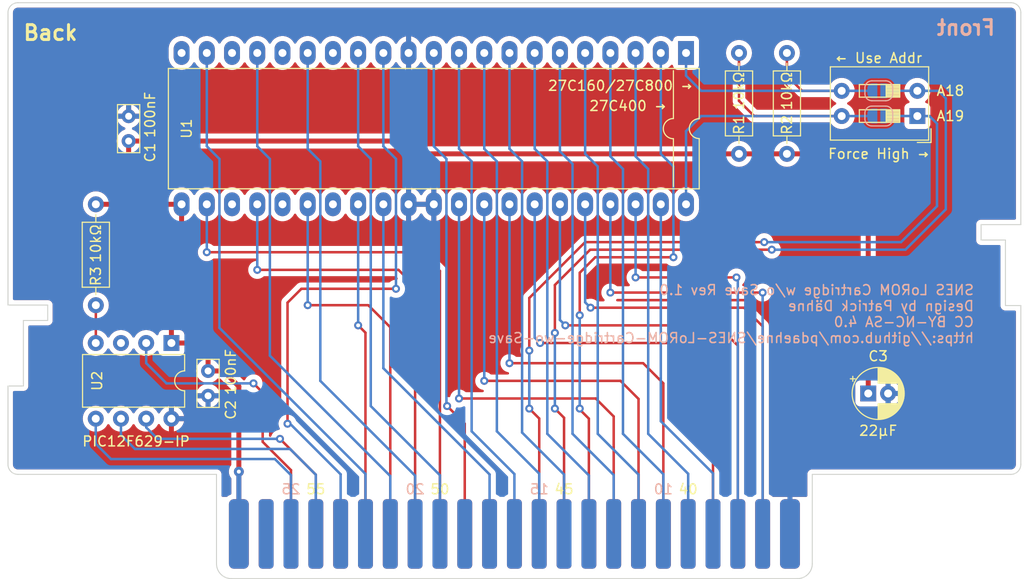
<source format=kicad_pcb>
(kicad_pcb (version 20240108) (generator "pcbnew") (generator_version "8.0")
  (title_block (title "SNES LoROM Cartridge w/o Save") (date "2023-12-27") (rev "1.0") (company "Patrick Dähne CC BY-NC-SA 4.0"))
  (layers (0 "F.Cu" signal) (31 "B.Cu" signal) (34 "B.Paste" user) (35 "F.Paste" user) (36 "B.SilkS" user "B.Silkscreen") (37 "F.SilkS" user "F.Silkscreen") (38 "B.Mask" user) (39 "F.Mask" user) (44 "Edge.Cuts" user))
  (net 0 "")
  (net 1 "VCC")
  (net 2 "GND")
  (net 3 "/A11")
  (net 4 "/A10")
  (net 5 "/A9")
  (net 6 "/A8")
  (net 7 "/A7")
  (net 8 "/A6")
  (net 9 "/A5")
  (net 10 "/A4")
  (net 11 "/A3")
  (net 12 "/A2")
  (net 13 "/A1")
  (net 14 "/A0")
  (net 16 "/D0")
  (net 17 "/D1")
  (net 18 "/D2")
  (net 19 "/D3")
  (net 20 "/~{OE}")
  (net 21 "/CIC_DO")
  (net 22 "/~{CIC_RESET}")
  (net 24 "/A12")
  (net 25 "/A13")
  (net 26 "/A14")
  (net 28 "/A16")
  (net 29 "/A17")
  (net 30 "/A18")
  (net 31 "/A19")
  (net 32 "/A20")
  (net 33 "/A21")
  (net 36 "/~{CE}")
  (net 37 "/D4")
  (net 38 "/D5")
  (net 39 "/D6")
  (net 40 "/D7")
  (net 42 "/CIC_DI")
  (net 43 "/CIC_CLK")
  (net 52 "Net-(U2-GP3)")
  (net 53 "/A20_SW")
  (net 54 "/A21_SW")
  (footprint "Capacitor_THT:C_Rect_L4.6mm_W2.0mm_P2.50mm_MKS02_FKP02" (layer "F.Cu") (at 88.9 60.432 90)
    (property "Reference" "C1" (at -1.163 2.159 90) (layer "F.SilkS"))
    (property "Value" "100nF" (at 2.647 2.159 90) (layer "F.SilkS"))
    (pad "1" thru_hole circle (at 0 0 90) (size 1.4 1.4) (drill 0.7) (layers "*.Cu" "*.Mask") (net 1 "VCC"))
    (pad "2" thru_hole oval (at 2.5 0 90) (size 1.4 1.4) (drill 0.7) (layers "*.Cu" "*.Mask") (net 2 "GND"))
  )
  (footprint "Resistor_THT:R_Axial_DIN0207_L6.3mm_D2.5mm_P10.16mm_Horizontal" (layer "F.Cu") (at 155.194 61.722 90)
    (property "Reference" "R2" (at 2.921 0 90) (layer "F.SilkS"))
    (property "Value" "10kΩ" (at 6.35 0 90) (layer "F.SilkS"))
    (pad "1" thru_hole circle (at 0 0 90) (size 1.6 1.6) (drill 0.8) (layers "*.Cu" "*.Mask") (net 1 "VCC"))
    (pad "2" thru_hole oval (at 10.16 0 90) (size 1.6 1.6) (drill 0.8) (layers "*.Cu" "*.Mask") (net 53 "/A20_SW"))
  )
  (footprint "Resistor_THT:R_Axial_DIN0207_L6.3mm_D2.5mm_P10.16mm_Horizontal" (layer "F.Cu") (at 150.368 61.722 90)
    (property "Reference" "R1" (at 2.921 0 90) (layer "F.SilkS"))
    (property "Value" "10kΩ" (at 6.35 0 90) (layer "F.SilkS"))
    (pad "1" thru_hole circle (at 0 0 90) (size 1.6 1.6) (drill 0.8) (layers "*.Cu" "*.Mask") (net 1 "VCC"))
    (pad "2" thru_hole oval (at 10.16 0 90) (size 1.6 1.6) (drill 0.8) (layers "*.Cu" "*.Mask") (net 54 "/A21_SW"))
  )
  (footprint "Nintendo:SNES Cartridge Connector 46 Pins" (layer "F.Cu") (at 100 100)
    (property "Reference" "J1" (hide yes))
    (property "Value" "Cartridge Connector 46 Pin" (hide yes))
    (fp_text user "10" (at 42.75 -4.5 0) (layer "B.SilkS") (effects (justify mirror)))
    (fp_text user "25" (at 5.25 -4.5 0) (layer "B.SilkS") (effects (justify mirror)))
    (fp_text user "15" (at 30.25 -4.5 0) (layer "B.SilkS") (effects (justify mirror)))
    (fp_text user "20" (at 17.75 -4.5 0) (layer "B.SilkS") (effects (justify mirror)))
    (fp_text user "45" (at 32.75 -4.5 0) (layer "F.SilkS"))
    (fp_text user "55" (at 7.75 -4.5 0) (layer "F.SilkS"))
    (fp_text user "40" (at 45.25 -4.5 0) (layer "F.SilkS"))
    (fp_text user "50" (at 20.25 -4.5 0) (layer "F.SilkS"))
    (pad "5" connect roundrect (at 55.5 0) (size 2 7) (layers "B.Cu" "B.Mask") (net 2 "GND"))
    (pad "6" connect roundrect (at 52.75 0) (size 1.5 7) (layers "B.Cu" "B.Mask") (net 3 "/A11"))
    (pad "7" connect roundrect (at 50.25 0) (size 1.5 7) (layers "B.Cu" "B.Mask") (net 4 "/A10"))
    (pad "8" connect roundrect (at 47.75 0) (size 1.5 7) (layers "B.Cu" "B.Mask") (net 5 "/A9"))
    (pad "9" connect roundrect (at 45.25 0) (size 1.5 7) (layers "B.Cu" "B.Mask") (net 6 "/A8"))
    (pad "10" connect roundrect (at 42.75 0) (size 1.5 7) (layers "B.Cu" "B.Mask") (net 7 "/A7"))
    (pad "11" connect roundrect (at 40.25 0) (size 1.5 7) (layers "B.Cu" "B.Mask") (net 8 "/A6"))
    (pad "12" connect roundrect (at 37.75 0) (size 1.5 7) (layers "B.Cu" "B.Mask") (net 9 "/A5"))
    (pad "13" connect roundrect (at 35.25 0) (size 1.5 7) (layers "B.Cu" "B.Mask") (net 10 "/A4"))
    (pad "14" connect roundrect (at 32.75 0) (size 1.5 7) (layers "B.Cu" "B.Mask") (net 11 "/A3"))
    (pad "15" connect roundrect (at 30.25 0) (size 1.5 7) (layers "B.Cu" "B.Mask") (net 12 "/A2"))
    (pad "16" connect roundrect (at 27.75 0) (size 1.5 7) (layers "B.Cu" "B.Mask") (net 13 "/A1"))
    (pad "17" connect roundrect (at 25.25 0) (size 1.5 7) (layers "B.Cu" "B.Mask") (net 14 "/A0"))
    (pad "18" connect roundrect (at 22.75 0) (size 1.5 7) (layers "B.Cu" "B.Mask"))
    (pad "19" connect roundrect (at 20.25 0) (size 1.5 7) (layers "B.Cu" "B.Mask") (net 16 "/D0"))
    (pad "20" connect roundrect (at 17.75 0) (size 1.5 7) (layers "B.Cu" "B.Mask") (net 17 "/D1"))
    (pad "21" connect roundrect (at 15.25 0) (size 1.5 7) (layers "B.Cu" "B.Mask") (net 18 "/D2"))
    (pad "22" connect roundrect (at 12.75 0) (size 1.5 7) (layers "B.Cu" "B.Mask") (net 19 "/D3"))
    (pad "23" connect roundrect (at 10.25 0) (size 1.5 7) (layers "B.Cu" "B.Mask") (net 20 "/~{OE}"))
    (pad "24" connect roundrect (at 7.75 0) (size 1.5 7) (layers "B.Cu" "B.Mask") (net 21 "/CIC_DO"))
    (pad "25" connect roundrect (at 5.25 0) (size 1.5 7) (layers "B.Cu" "B.Mask") (net 22 "/~{CIC_RESET}"))
    (pad "26" connect roundrect (at 2.75 0) (size 1.5 7) (layers "B.Cu" "B.Mask"))
    (pad "27" connect roundrect (at 0 0) (size 2 7) (layers "B.Cu" "B.Mask") (net 1 "VCC"))
    (pad "36" connect roundrect (at 55.5 0) (size 2 7) (layers "F.Cu" "F.Mask") (net 2 "GND"))
    (pad "37" connect roundrect (at 52.75 0) (size 1.5 7) (layers "F.Cu" "F.Mask") (net 24 "/A12"))
    (pad "38" connect roundrect (at 50.25 0) (size 1.5 7) (layers "F.Cu" "F.Mask") (net 25 "/A13"))
    (pad "39" connect roundrect (at 47.75 0) (size 1.5 7) (layers "F.Cu" "F.Mask") (net 26 "/A14"))
    (pad "40" connect roundrect (at 45.25 0) (size 1.5 7) (layers "F.Cu" "F.Mask"))
    (pad "41" connect roundrect (at 42.75 0) (size 1.5 7) (layers "F.Cu" "F.Mask") (net 28 "/A16"))
    (pad "42" connect roundrect (at 40.25 0) (size 1.5 7) (layers "F.Cu" "F.Mask") (net 29 "/A17"))
    (pad "43" connect roundrect (at 37.75 0) (size 1.5 7) (layers "F.Cu" "F.Mask") (net 30 "/A18"))
    (pad "44" connect roundrect (at 35.25 0) (size 1.5 7) (layers "F.Cu" "F.Mask") (net 31 "/A19"))
    (pad "45" connect roundrect (at 32.75 0) (size 1.5 7) (layers "F.Cu" "F.Mask") (net 32 "/A20"))
    (pad "46" connect roundrect (at 30.25 0) (size 1.5 7) (layers "F.Cu" "F.Mask") (net 33 "/A21"))
    (pad "47" connect roundrect (at 27.75 0) (size 1.5 7) (layers "F.Cu" "F.Mask"))
    (pad "48" connect roundrect (at 25.25 0) (size 1.5 7) (layers "F.Cu" "F.Mask"))
    (pad "49" connect roundrect (at 22.75 0) (size 1.5 7) (layers "F.Cu" "F.Mask") (net 36 "/~{CE}"))
    (pad "50" connect roundrect (at 20.25 0) (size 1.5 7) (layers "F.Cu" "F.Mask") (net 37 "/D4"))
    (pad "51" connect roundrect (at 17.75 0) (size 1.5 7) (layers "F.Cu" "F.Mask") (net 38 "/D5"))
    (pad "52" connect roundrect (at 15.25 0) (size 1.5 7) (layers "F.Cu" "F.Mask") (net 39 "/D6"))
    (pad "53" connect roundrect (at 12.75 0) (size 1.5 7) (layers "F.Cu" "F.Mask") (net 40 "/D7"))
    (pad "54" connect roundrect (at 10.25 0) (size 1.5 7) (layers "F.Cu" "F.Mask"))
    (pad "55" connect roundrect (at 7.75 0) (size 1.5 7) (layers "F.Cu" "F.Mask") (net 42 "/CIC_DI"))
    (pad "56" connect roundrect (at 5.25 0) (size 1.5 7) (layers "F.Cu" "F.Mask") (net 43 "/CIC_CLK"))
    (pad "57" connect roundrect (at 2.75 0) (size 1.5 7) (layers "F.Cu" "F.Mask"))
    (pad "58" connect roundrect (at 0 0) (size 2 7) (layers "F.Cu" "F.Mask") (net 1 "VCC"))
  )
  (footprint "Button_Switch_THT:SW_DIP_SPSTx02_Slide_9.78x7.26mm_W7.62mm_P2.54mm" (layer "F.Cu") (at 168.3295 57.917 180)
    (property "Reference" "SW1" (hide yes))
    (property "Value" "SW_DIP_x02" (hide yes))
    (pad "1" thru_hole rect (at 0 0 180) (size 1.6 1.6) (drill 0.8) (layers "*.Cu" "*.Mask") (net 33 "/A21"))
    (pad "2" thru_hole oval (at 0 2.54 180) (size 1.6 1.6) (drill 0.8) (layers "*.Cu" "*.Mask") (net 32 "/A20"))
    (pad "3" thru_hole oval (at 7.62 2.54 180) (size 1.6 1.6) (drill 0.8) (layers "*.Cu" "*.Mask") (net 53 "/A20_SW"))
    (pad "4" thru_hole oval (at 7.62 0 180) (size 1.6 1.6) (drill 0.8) (layers "*.Cu" "*.Mask") (net 54 "/A21_SW"))
  )
  (footprint "Package_DIP:DIP-8_W7.62mm" (layer "F.Cu") (at 93.208 80.772 -90)
    (property "Reference" "U2" (at 3.81 7.483 90) (layer "F.SilkS"))
    (property "Value" "PIC12F629-IP" (at 9.906 3.556 0) (layer "F.SilkS"))
    (pad "1" thru_hole rect (at 0 0 270) (size 1.6 1.6) (drill 0.8) (layers "*.Cu" "*.Mask") (net 1 "VCC"))
    (pad "2" thru_hole oval (at 0 2.54 270) (size 1.6 1.6) (drill 0.8) (layers "*.Cu" "*.Mask") (net 43 "/CIC_CLK"))
    (pad "3" thru_hole oval (at 0 5.08 270) (size 1.6 1.6) (drill 0.8) (layers "*.Cu" "*.Mask"))
    (pad "4" thru_hole oval (at 0 7.62 270) (size 1.6 1.6) (drill 0.8) (layers "*.Cu" "*.Mask") (net 52 "Net-(U2-GP3)"))
    (pad "5" thru_hole oval (at 7.62 7.62 270) (size 1.6 1.6) (drill 0.8) (layers "*.Cu" "*.Mask") (net 22 "/~{CIC_RESET}"))
    (pad "6" thru_hole oval (at 7.62 5.08 270) (size 1.6 1.6) (drill 0.8) (layers "*.Cu" "*.Mask") (net 21 "/CIC_DO"))
    (pad "7" thru_hole oval (at 7.62 2.54 270) (size 1.6 1.6) (drill 0.8) (layers "*.Cu" "*.Mask") (net 42 "/CIC_DI"))
    (pad "8" thru_hole oval (at 7.62 0 270) (size 1.6 1.6) (drill 0.8) (layers "*.Cu" "*.Mask") (net 2 "GND"))
  )
  (footprint "Package_DIP:DIP-42_W15.24mm_LongPads" (layer "F.Cu") (at 145.034 51.562 -90)
    (property "Reference" "U1" (at 7.62 50.292 90) (layer "F.SilkS"))
    (property "Value" "27C160" (hide yes))
    (pad "1" thru_hole rect (at 0 0 270) (size 2.4 1.6) (drill 0.8) (layers "*.Cu" "*.Mask") (net 53 "/A20_SW"))
    (pad "2" thru_hole oval (at 0 2.54 270) (size 2.4 1.6) (drill 0.8) (layers "*.Cu" "*.Mask") (net 31 "/A19"))
    (pad "3" thru_hole oval (at 0 5.08 270) (size 2.4 1.6) (drill 0.8) (layers "*.Cu" "*.Mask") (net 6 "/A8"))
    (pad "4" thru_hole oval (at 0 7.62 270) (size 2.4 1.6) (drill 0.8) (layers "*.Cu" "*.Mask") (net 7 "/A7"))
    (pad "5" thru_hole oval (at 0 10.16 270) (size 2.4 1.6) (drill 0.8) (layers "*.Cu" "*.Mask") (net 8 "/A6"))
    (pad "6" thru_hole oval (at 0 12.7 270) (size 2.4 1.6) (drill 0.8) (layers "*.Cu" "*.Mask") (net 9 "/A5"))
    (pad "7" thru_hole oval (at 0 15.24 270) (size 2.4 1.6) (drill 0.8) (layers "*.Cu" "*.Mask") (net 10 "/A4"))
    (pad "8" thru_hole oval (at 0 17.78 270) (size 2.4 1.6) (drill 0.8) (layers "*.Cu" "*.Mask") (net 11 "/A3"))
    (pad "9" thru_hole oval (at 0 20.32 270) (size 2.4 1.6) (drill 0.8) (layers "*.Cu" "*.Mask") (net 12 "/A2"))
    (pad "10" thru_hole oval (at 0 22.86 270) (size 2.4 1.6) (drill 0.8) (layers "*.Cu" "*.Mask") (net 13 "/A1"))
    (pad "11" thru_hole oval (at 0 25.4 270) (size 2.4 1.6) (drill 0.8) (layers "*.Cu" "*.Mask") (net 36 "/~{CE}"))
    (pad "12" thru_hole oval (at 0 27.94 270) (size 2.4 1.6) (drill 0.8) (layers "*.Cu" "*.Mask") (net 2 "GND"))
    (pad "13" thru_hole oval (at 0 30.48 270) (size 2.4 1.6) (drill 0.8) (layers "*.Cu" "*.Mask") (net 20 "/~{OE}"))
    (pad "14" thru_hole oval (at 0 33.02 270) (size 2.4 1.6) (drill 0.8) (layers "*.Cu" "*.Mask") (net 16 "/D0"))
    (pad "15" thru_hole oval (at 0 35.56 270) (size 2.4 1.6) (drill 0.8) (layers "*.Cu" "*.Mask"))
    (pad "16" thru_hole oval (at 0 38.1 270) (size 2.4 1.6) (drill 0.8) (layers "*.Cu" "*.Mask") (net 17 "/D1"))
    (pad "17" thru_hole oval (at 0 40.64 270) (size 2.4 1.6) (drill 0.8) (layers "*.Cu" "*.Mask"))
    (pad "18" thru_hole oval (at 0 43.18 270) (size 2.4 1.6) (drill 0.8) (layers "*.Cu" "*.Mask") (net 18 "/D2"))
    (pad "19" thru_hole oval (at 0 45.72 270) (size 2.4 1.6) (drill 0.8) (layers "*.Cu" "*.Mask"))
    (pad "20" thru_hole oval (at 0 48.26 270) (size 2.4 1.6) (drill 0.8) (layers "*.Cu" "*.Mask") (net 19 "/D3"))
    (pad "21" thru_hole oval (at 0 50.8 270) (size 2.4 1.6) (drill 0.8) (layers "*.Cu" "*.Mask"))
    (pad "22" thru_hole oval (at 15.24 50.8 270) (size 2.4 1.6) (drill 0.8) (layers "*.Cu" "*.Mask") (net 1 "VCC"))
    (pad "23" thru_hole oval (at 15.24 48.26 270) (size 2.4 1.6) (drill 0.8) (layers "*.Cu" "*.Mask") (net 37 "/D4"))
    (pad "24" thru_hole oval (at 15.24 45.72 270) (size 2.4 1.6) (drill 0.8) (layers "*.Cu" "*.Mask"))
    (pad "25" thru_hole oval (at 15.24 43.18 270) (size 2.4 1.6) (drill 0.8) (layers "*.Cu" "*.Mask") (net 38 "/D5"))
    (pad "26" thru_hole oval (at 15.24 40.64 270) (size 2.4 1.6) (drill 0.8) (layers "*.Cu" "*.Mask"))
    (pad "27" thru_hole oval (at 15.24 38.1 270) (size 2.4 1.6) (drill 0.8) (layers "*.Cu" "*.Mask") (net 39 "/D6"))
    (pad "28" thru_hole oval (at 15.24 35.56 270) (size 2.4 1.6) (drill 0.8) (layers "*.Cu" "*.Mask"))
    (pad "29" thru_hole oval (at 15.24 33.02 270) (size 2.4 1.6) (drill 0.8) (layers "*.Cu" "*.Mask") (net 40 "/D7"))
    (pad "30" thru_hole oval (at 15.24 30.48 270) (size 2.4 1.6) (drill 0.8) (layers "*.Cu" "*.Mask") (net 14 "/A0"))
    (pad "31" thru_hole oval (at 15.24 27.94 270) (size 2.4 1.6) (drill 0.8) (layers "*.Cu" "*.Mask") (net 2 "GND"))
    (pad "32" thru_hole oval (at 15.24 25.4 270) (size 2.4 1.6) (drill 0.8) (layers "*.Cu" "*.Mask") (net 2 "GND"))
    (pad "33" thru_hole oval (at 15.24 22.86 270) (size 2.4 1.6) (drill 0.8) (layers "*.Cu" "*.Mask") (net 30 "/A18"))
    (pad "34" thru_hole oval (at 15.24 20.32 270) (size 2.4 1.6) (drill 0.8) (layers "*.Cu" "*.Mask") (net 29 "/A17"))
    (pad "35" thru_hole oval (at 15.24 17.78 270) (size 2.4 1.6) (drill 0.8) (layers "*.Cu" "*.Mask") (net 28 "/A16"))
    (pad "36" thru_hole oval (at 15.24 15.24 270) (size 2.4 1.6) (drill 0.8) (layers "*.Cu" "*.Mask") (net 26 "/A14"))
    (pad "37" thru_hole oval (at 15.24 12.7 270) (size 2.4 1.6) (drill 0.8) (layers "*.Cu" "*.Mask") (net 25 "/A13"))
    (pad "38" thru_hole oval (at 15.24 10.16 270) (size 2.4 1.6) (drill 0.8) (layers "*.Cu" "*.Mask") (net 24 "/A12"))
    (pad "39" thru_hole oval (at 15.24 7.62 270) (size 2.4 1.6) (drill 0.8) (layers "*.Cu" "*.Mask") (net 3 "/A11"))
    (pad "40" thru_hole oval (at 15.24 5.08 270) (size 2.4 1.6) (drill 0.8) (layers "*.Cu" "*.Mask") (net 4 "/A10"))
    (pad "41" thru_hole oval (at 15.24 2.54 270) (size 2.4 1.6) (drill 0.8) (layers "*.Cu" "*.Mask") (net 5 "/A9"))
    (pad "42" thru_hole oval (at 15.24 0 270) (size 2.4 1.6) (drill 0.8) (layers "*.Cu" "*.Mask") (net 54 "/A21_SW"))
  )
  (footprint "Capacitor_THT:CP_Radial_D5.0mm_P2.00mm" (layer "F.Cu") (at 163.382888 85.852)
    (property "Reference" "C3" (at 1 -3.75 0) (layer "F.SilkS"))
    (property "Value" "22µF" (at 1 3.75 0) (layer "F.SilkS"))
    (pad "1" thru_hole rect (at 0 0) (size 1.6 1.6) (drill 0.8) (layers "*.Cu" "*.Mask") (net 1 "VCC"))
    (pad "2" thru_hole oval (at 2 0) (size 1.6 1.6) (drill 0.8) (layers "*.Cu" "*.Mask") (net 2 "GND"))
  )
  (footprint "Capacitor_THT:C_Rect_L4.6mm_W2.0mm_P2.50mm_MKS02_FKP02" (layer "F.Cu") (at 96.901 83.586 -90)
    (property "Reference" "C2" (at 3.917 -2.286 90) (layer "F.SilkS"))
    (property "Value" "100nF" (at 0.107 -2.286 90) (layer "F.SilkS"))
    (pad "1" thru_hole circle (at 0 0 270) (size 1.4 1.4) (drill 0.7) (layers "*.Cu" "*.Mask") (net 1 "VCC"))
    (pad "2" thru_hole oval (at 2.5 0 270) (size 1.4 1.4) (drill 0.7) (layers "*.Cu" "*.Mask") (net 2 "GND"))
  )
  (footprint "Resistor_THT:R_Axial_DIN0207_L6.3mm_D2.5mm_P10.16mm_Horizontal" (layer "F.Cu") (at 85.598 66.802 -90)
    (property "Reference" "R3" (at 7.239 0 90) (layer "F.SilkS"))
    (property "Value" "10kΩ" (at 3.937 0 90) (layer "F.SilkS"))
    (pad "1" thru_hole circle (at 0 0 270) (size 1.6 1.6) (drill 0.8) (layers "*.Cu" "*.Mask") (net 1 "VCC"))
    (pad "2" thru_hole oval (at 10.16 0 270) (size 1.6 1.6) (drill 0.8) (layers "*.Cu" "*.Mask") (net 52 "Net-(U2-GP3)"))
  )
  (footprint "Nintendo:SNES Cartridge Big" (layer "F.Cu") (at 100 100)
    (property "Reference" "REF**" (hide yes))
    (property "Value" "SNES Cartridge Big" (hide yes))
    (fp_line (start -23.25 -52.5) (end -23.25 -23.05) (stroke (width 0.1)) (layer "Edge.Cuts"))
    (fp_line (start -23.25 -14.9) (end -21.7 -14.9) (stroke (width 0.1)) (layer "Edge.Cuts"))
    (fp_line (start -23.25 -7) (end -23.25 -14.9) (stroke (width 0.1)) (layer "Edge.Cuts"))
    (fp_line (start -21.7 -21.5) (end -19.25 -21.5) (stroke (width 0.1)) (layer "Edge.Cuts"))
    (fp_line (start -21.7 -14.9) (end -21.7 -21.5) (stroke (width 0.1)) (layer "Edge.Cuts"))
    (fp_line (start -19.25 -23.05) (end -23.25 -23.05) (stroke (width 0.1)) (layer "Edge.Cuts"))
    (fp_line (start -19.25 -23.05) (end -19.25 -21.5) (stroke (width 0.1)) (layer "Edge.Cuts"))
    (fp_line (start -2.25 -6) (end -22.25 -6) (stroke (width 0.1)) (layer "Edge.Cuts"))
    (fp_line (start -2.25 3) (end -2.25 -6) (stroke (width 0.1)) (layer "Edge.Cuts"))
    (fp_line (start 56.25 4.5) (end -0.75 4.5) (stroke (width 0.1)) (layer "Edge.Cuts"))
    (fp_line (start 57.75 -6) (end 57.75 3) (stroke (width 0.1)) (layer "Edge.Cuts"))
    (fp_line (start 74.75 -31.15) (end 74.75 -29.6) (stroke (width 0.1)) (layer "Edge.Cuts"))
    (fp_line (start 74.75 -29.6) (end 77.2 -29.6) (stroke (width 0.1)) (layer "Edge.Cuts"))
    (fp_line (start 77.2 -29.6) (end 77.2 -23) (stroke (width 0.1)) (layer "Edge.Cuts"))
    (fp_line (start 77.2 -23) (end 78.75 -23) (stroke (width 0.1)) (layer "Edge.Cuts"))
    (fp_line (start 77.75 -53.5) (end -22.25 -53.5) (stroke (width 0.1)) (layer "Edge.Cuts"))
    (fp_line (start 77.75 -6) (end 57.75 -6) (stroke (width 0.1)) (layer "Edge.Cuts"))
    (fp_line (start 78.75 -52.5) (end 78.75 -31.15) (stroke (width 0.1)) (layer "Edge.Cuts"))
    (fp_line (start 78.75 -31.15) (end 74.75 -31.15) (stroke (width 0.1)) (layer "Edge.Cuts"))
    (fp_line (start 78.75 -23) (end 78.75 -7) (stroke (width 0.1)) (layer "Edge.Cuts"))
    (fp_arc (start -23.25 -52.5) (mid -22.957107 -53.207107) (end -22.25 -53.5) (stroke (width 0.1)) (layer "Edge.Cuts"))
    (fp_arc (start -22.25 -6) (mid -22.957107 -6.292893) (end -23.25 -7) (stroke (width 0.1)) (layer "Edge.Cuts"))
    (fp_arc (start -0.75 4.5) (mid -1.81066 4.06066) (end -2.25 3) (stroke (width 0.1)) (layer "Edge.Cuts"))
    (fp_arc (start 57.75 3) (mid 57.31066 4.06066) (end 56.25 4.5) (stroke (width 0.1)) (layer "Edge.Cuts"))
    (fp_arc (start 77.75 -53.5) (mid 78.457107 -53.207107) (end 78.75 -52.5) (stroke (width 0.1)) (layer "Edge.Cuts"))
    (fp_arc (start 78.75 -7) (mid 78.457107 -6.292893) (end 77.75 -6) (stroke (width 0.1)) (layer "Edge.Cuts"))
  )
  (footprint "Jumper:SolderJumper-2_P1.3mm_Open_RoundedPad1.0x1.5mm" (layer "B.Cu") (at 164.45 57.912 180)
    (property "Reference" "JP1" (hide yes))
    (property "Value" "SolderJumper_2_Open" (hide yes))
    (pad "1" smd custom (at -0.65 0 180) (size 1 0.5) (layers "B.Cu" "B.Mask") (net 33 "/A21") (options (clearance outline) (anchor rect)) (primitives (gr_circle (center 0 -0.25) (end 0.5 -0.25) (width 0) (fill yes)) (gr_circle (center 0 0.25) (end 0.5 0.25) (width 0) (fill yes)) (gr_poly (pts (xy 0.5 -0.75) (xy 0 -0.75) (xy 0 0.75) (xy 0.5 0.75)) (width 0) (fill yes))))
    (pad "2" smd custom (at 0.65 0 180) (size 1 0.5) (layers "B.Cu" "B.Mask") (net 54 "/A21_SW") (options (clearance outline) (anchor rect)) (primitives (gr_circle (center 0 -0.25) (end 0.5 -0.25) (width 0) (fill yes)) (gr_circle (center 0 0.25) (end 0.5 0.25) (width 0) (fill yes)) (gr_poly (pts (xy 0 -0.75) (xy -0.5 -0.75) (xy -0.5 0.75) (xy 0 0.75)) (width 0) (fill yes))))
  )
  (footprint "Jumper:SolderJumper-2_P1.3mm_Open_RoundedPad1.0x1.5mm" (layer "B.Cu") (at 164.45 55.372 180)
    (property "Reference" "JP2" (hide yes))
    (property "Value" "SolderJumper_2_Open" (hide yes))
    (pad "1" smd custom (at -0.65 0 180) (size 1 0.5) (layers "B.Cu" "B.Mask") (net 32 "/A20") (options (clearance outline) (anchor rect)) (primitives (gr_circle (center 0 -0.25) (end 0.5 -0.25) (width 0) (fill yes)) (gr_circle (center 0 0.25) (end 0.5 0.25) (width 0) (fill yes)) (gr_poly (pts (xy 0.5 -0.75) (xy 0 -0.75) (xy 0 0.75) (xy 0.5 0.75)) (width 0) (fill yes))))
    (pad "2" smd custom (at 0.65 0 180) (size 1 0.5) (layers "B.Cu" "B.Mask") (net 53 "/A20_SW") (options (clearance outline) (anchor rect)) (primitives (gr_circle (center 0 -0.25) (end 0.5 -0.25) (width 0) (fill yes)) (gr_circle (center 0 0.25) (end 0.5 0.25) (width 0) (fill yes)) (gr_poly (pts (xy 0 -0.75) (xy -0.5 -0.75) (xy -0.5 0.75) (xy 0 0.75)) (width 0) (fill yes))))
  )
  (gr_line (start 143.764 60.198) (end 143.764 65.024) (stroke (width 0.12)) (layer "F.SilkS"))
  (gr_line (start 143.764 58.166) (end 143.764 53.34) (stroke (width 0.12)) (layer "F.SilkS"))
  (gr_arc (start 143.764 60.198) (mid 142.748 59.182) (end 143.764 58.166) (stroke (width 0.12)) (layer "F.SilkS"))
  (gr_text "SNES LoROM Cartridge w/o Save Rev 1.0\nDesign by Patrick Dähne\nCC BY-NC-SA 4.0\nhttps://github.com/pdaehne/SNES-LoROM-Cartridge-wo-Save" (at 174.117 77.851 0) (layer "B.SilkS") (effects (font (size 1 1)) (justify left mirror)))
  (gr_text "Front" (at 173.228 49.022 0) (layer "B.SilkS") (effects (font (size 1.5 1.5) (thickness 0.3)) (justify mirror)))
  (gr_text "Force High →" (at 159.258 61.722 0) (layer "F.SilkS") (effects (font (size 1 1)) (justify left)))
  (gr_text "A18" (at 170.18 55.372 0) (layer "F.SilkS") (effects (font (size 1 1)) (justify left)))
  (gr_text "Back" (at 81.026 49.53 0) (layer "F.SilkS") (effects (font (size 1.5 1.5) (thickness 0.3))))
  (gr_text "27C400 →" (at 139.192 56.896 0) (layer "F.SilkS") (effects (font (size 1 1))))
  (gr_text "A19" (at 170.18 57.912 0) (layer "F.SilkS") (effects (font (size 1 1)) (justify left)))
  (gr_text "← Use Addr" (at 168.91 52.07 0) (layer "F.SilkS") (effects (font (size 1 1)) (justify right)))
  (gr_text "27C160/27C800 →" (at 138.43 54.864 0) (layer "F.SilkS") (effects (font (size 1 1))))
  (segment (start 158.75 61.722) (end 163.382888 66.354888) (width 0.5) (layer "F.Cu") (net 1))
  (segment (start 117.856 61.722) (end 150.368 61.722) (width 0.5) (layer "F.Cu") (net 1))
  (segment (start 100 100) (end 100 85.141) (width 0.5) (layer "F.Cu") (net 1))
  (segment (start 93.208 80.772) (end 93.208 75.194) (width 0.5) (layer "F.Cu") (net 1))
  (segment (start 95.885 80.772) (end 96.901 81.788) (width 0.5) (layer "F.Cu") (net 1))
  (segment (start 155.194 61.722) (end 150.368 61.722) (width 0.5) (layer "F.Cu") (net 1))
  (segment (start 94.234 66.802) (end 91.44 66.802) (width 0.5) (layer "F.Cu") (net 1))
  (segment (start 88.9 60.432) (end 116.566 60.432) (width 0.5) (layer "F.Cu") (net 1))
  (segment (start 100 85.141) (end 98.445 83.586) (width 0.5) (layer "F.Cu") (net 1))
  (segment (start 98.445 83.586) (end 96.901 83.586) (width 0.5) (layer "F.Cu") (net 1))
  (segment (start 94.234 74.168) (end 94.234 66.802) (width 0.5) (layer "F.Cu") (net 1))
  (segment (start 93.208 80.772) (end 95.885 80.772) (width 0.5) (layer "F.Cu") (net 1))
  (segment (start 91.44 66.802) (end 88.9635 64.3255) (width 0.5) (layer "F.Cu") (net 1))
  (segment (start 116.566 60.432) (end 117.856 61.722) (width 0.5) (layer "F.Cu") (net 1))
  (segment (start 85.598 66.802) (end 91.44 66.802) (width 0.5) (layer "F.Cu") (net 1))
  (segment (start 96.901 81.788) (end 96.901 83.586) (width 0.5) (layer "F.Cu") (net 1))
  (segment (start 93.208 75.194) (end 94.234 74.168) (width 0.5) (layer "F.Cu") (net 1))
  (segment (start 88.9 64.262) (end 88.9 60.432) (width 0.5) (layer "F.Cu") (net 1))
  (segment (start 163.382888 66.354888) (end 163.382888 85.852) (width 0.5) (layer "F.Cu") (net 1))
  (segment (start 158.75 61.722) (end 155.194 61.722) (width 0.5) (layer "F.Cu") (net 1))
  (segment (start 88.9635 64.3255) (end 88.9 64.262) (width 0.5) (layer "F.Cu") (net 1))
  (via (at 100 93.726) (size 1) (drill 0.4) (layers "F.Cu" "B.Cu") (net 1))
  (segment (start 100 100) (end 100 93.726) (width 0.5) (layer "B.Cu") (net 1))
  (segment (start 155.5 100) (end 155.5 93.899113) (width 0.5) (layer "F.Cu") (net 2))
  (segment (start 163.576 91.186) (end 165.354 89.408) (width 0.5) (layer "F.Cu") (net 2))
  (segment (start 165.354 89.408) (end 165.354 88.646) (width 0.5) (layer "F.Cu") (net 2))
  (segment (start 155.5 93.899113) (end 158.213113 91.186) (width 0.5) (layer "F.Cu") (net 2))
  (segment (start 158.213113 91.186) (end 163.576 91.186) (width 0.5) (layer "F.Cu") (net 2))
  (segment (start 165.354 88.646) (end 165.382888 88.617112) (width 0.5) (layer "F.Cu") (net 2))
  (segment (start 165.608 85.791113) (end 165.547113 85.852) (width 0.5) (layer "F.Cu") (net 2))
  (segment (start 165.382888 88.617112) (end 165.382888 85.852) (width 0.5) (layer "F.Cu") (net 2))
  (segment (start 158.242 91.186) (end 163.576 91.186) (width 0.5) (layer "B.Cu") (net 2))
  (segment (start 155.5 93.899113) (end 155.528887 93.899113) (width 0.5) (layer "B.Cu") (net 2))
  (segment (start 155.528887 93.899113) (end 158.242 91.186) (width 0.5) (layer "B.Cu") (net 2))
  (segment (start 165.382888 89.379112) (end 165.382888 85.852) (width 0.5) (layer "B.Cu") (net 2))
  (segment (start 163.576 91.186) (end 165.382888 89.379112) (width 0.5) (layer "B.Cu") (net 2))
  (segment (start 155.5 100) (end 155.5 93.899113) (width 0.5) (layer "B.Cu") (net 2))
  (segment (start 152.75 75.692) (end 137.414 75.692) (width 0.25) (layer "F.Cu") (net 3))
  (via (at 137.414 75.692) (size 0.8) (drill 0.4) (layers "F.Cu" "B.Cu") (net 3))
  (via (at 152.75 75.692) (size 0.8) (drill 0.4) (layers "F.Cu" "B.Cu") (net 3))
  (segment (start 152.75 75.692) (end 152.75 100) (width 0.25) (layer "B.Cu") (net 3))
  (segment (start 137.414 66.802) (end 137.414 75.692) (width 0.25) (layer "B.Cu") (net 3))
  (segment (start 150.114 74.168) (end 139.954 74.168) (width 0.25) (layer "F.Cu") (net 4))
  (via (at 139.954 74.168) (size 0.8) (drill 0.4) (layers "F.Cu" "B.Cu") (net 4))
  (via (at 150.114 74.168) (size 0.8) (drill 0.4) (layers "F.Cu" "B.Cu") (net 4))
  (segment (start 150.114 74.168) (end 150.25 74.304) (width 0.25) (layer "B.Cu") (net 4))
  (segment (start 139.954 66.802) (end 139.954 74.168) (width 0.25) (layer "B.Cu") (net 4))
  (segment (start 150.25 74.304) (end 150.25 100) (width 0.25) (layer "B.Cu") (net 4))
  (segment (start 142.494 66.802) (end 142.494 88.646) (width 0.25) (layer "B.Cu") (net 5))
  (segment (start 147.75 93.902) (end 147.75 100) (width 0.25) (layer "B.Cu") (net 5))
  (segment (start 142.494 88.646) (end 147.75 93.902) (width 0.25) (layer "B.Cu") (net 5))
  (segment (start 141.224 63.246) (end 141.224 89.916) (width 0.25) (layer "B.Cu") (net 6))
  (segment (start 145.25 93.942) (end 145.25 100) (width 0.25) (layer "B.Cu") (net 6))
  (segment (start 139.954 51.562) (end 139.954 61.976) (width 0.25) (layer "B.Cu") (net 6))
  (segment (start 141.224 89.916) (end 145.25 93.942) (width 0.25) (layer "B.Cu") (net 6))
  (segment (start 139.954 61.976) (end 141.224 63.246) (width 0.25) (layer "B.Cu") (net 6))
  (segment (start 137.414 51.562) (end 137.414 61.976) (width 0.25) (layer "B.Cu") (net 7))
  (segment (start 138.684 63.246) (end 138.684 89.916) (width 0.25) (layer "B.Cu") (net 7))
  (segment (start 142.75 93.982) (end 142.75 100) (width 0.25) (layer "B.Cu") (net 7))
  (segment (start 138.684 89.916) (end 142.75 93.982) (width 0.25) (layer "B.Cu") (net 7))
  (segment (start 137.414 61.976) (end 138.684 63.246) (width 0.25) (layer "B.Cu") (net 7))
  (segment (start 134.874 61.722) (end 136.144 62.992) (width 0.25) (layer "B.Cu") (net 8))
  (segment (start 136.144 62.992) (end 136.144 89.916) (width 0.25) (layer "B.Cu") (net 8))
  (segment (start 136.144 89.916) (end 140.25 94.022) (width 0.25) (layer "B.Cu") (net 8))
  (segment (start 134.874 51.562) (end 134.874 61.722) (width 0.25) (layer "B.Cu") (net 8))
  (segment (start 140.25 94.022) (end 140.25 100) (width 0.25) (layer "B.Cu") (net 8))
  (segment (start 133.604 62.738) (end 133.604 89.916) (width 0.25) (layer "B.Cu") (net 9))
  (segment (start 132.334 61.468) (end 133.604 62.738) (width 0.25) (layer "B.Cu") (net 9))
  (segment (start 137.75 94.062) (end 137.75 100) (width 0.25) (layer "B.Cu") (net 9))
  (segment (start 132.334 51.562) (end 132.334 61.468) (width 0.25) (layer "B.Cu") (net 9))
  (segment (start 133.604 89.916) (end 137.75 94.062) (width 0.25) (layer "B.Cu") (net 9))
  (segment (start 129.794 61.214) (end 131.064 62.484) (width 0.25) (layer "B.Cu") (net 10))
  (segment (start 131.064 89.916) (end 135.25 94.102) (width 0.25) (layer "B.Cu") (net 10))
  (segment (start 135.25 94.102) (end 135.25 100) (width 0.25) (layer "B.Cu") (net 10))
  (segment (start 129.794 51.562) (end 129.794 61.214) (width 0.25) (layer "B.Cu") (net 10))
  (segment (start 131.064 62.484) (end 131.064 89.916) (width 0.25) (layer "B.Cu") (net 10))
  (segment (start 132.75 100) (end 132.75 94.015) (width 0.25) (layer "B.Cu") (net 11))
  (segment (start 127.254 61.214) (end 127.254 51.562) (width 0.25) (layer "B.Cu") (net 11))
  (segment (start 128.524 62.484) (end 128.524 89.789) (width 0.25) (layer "B.Cu") (net 11))
  (segment (start 127.254 61.214) (end 128.524 62.484) (width 0.25) (layer "B.Cu") (net 11))
  (segment (start 128.524 89.789) (end 132.75 94.015) (width 0.25) (layer "B.Cu") (net 11))
  (segment (start 125.984 62.484) (end 125.984 89.662) (width 0.25) (layer "B.Cu") (net 12))
  (segment (start 124.714 61.214) (end 125.984 62.484) (width 0.25) (layer "B.Cu") (net 12))
  (segment (start 124.714 51.562) (end 124.714 61.214) (width 0.25) (layer "B.Cu") (net 12))
  (segment (start 130.25 93.928) (end 130.25 100) (width 0.25) (layer "B.Cu") (net 12))
  (segment (start 125.984 89.662) (end 130.25 93.928) (width 0.25) (layer "B.Cu") (net 12))
  (segment (start 123.444 89.662) (end 127.75 93.968) (width 0.25) (layer "B.Cu") (net 13))
  (segment (start 127.75 100) (end 127.75 93.968) (width 0.25) (layer "B.Cu") (net 13))
  (segment (start 123.444 62.484) (end 123.444 89.662) (width 0.25) (layer "B.Cu") (net 13))
  (segment (start 122.174 61.214) (end 123.444 62.484) (width 0.25) (layer "B.Cu") (net 13))
  (segment (start 122.174 61.214) (end 122.174 51.562) (width 0.25) (layer "B.Cu") (net 13))
  (segment (start 125.25 100) (end 125.25 94.008) (width 0.25) (layer "B.Cu") (net 14))
  (segment (start 114.554 83.312) (end 114.554 66.802) (width 0.25) (layer "B.Cu") (net 14))
  (segment (start 125.25 94.008) (end 114.554 83.312) (width 0.25) (layer "B.Cu") (net 14))
  (segment (start 113.284 87.122) (end 120.25 94.088) (width 0.25) (layer "B.Cu") (net 16))
  (segment (start 112.014 60.96) (end 113.284 62.23) (width 0.25) (layer "B.Cu") (net 16))
  (segment (start 120.25 94.088) (end 120.25 100) (width 0.25) (layer "B.Cu") (net 16))
  (segment (start 112.014 51.562) (end 112.014 60.96) (width 0.25) (layer "B.Cu") (net 16))
  (segment (start 113.284 62.23) (end 113.284 87.122) (width 0.25) (layer "B.Cu") (net 16))
  (segment (start 117.75 94.128) (end 117.75 100) (width 0.25) (layer "B.Cu") (net 17))
  (segment (start 106.934 61.214) (end 108.204 62.484) (width 0.25) (layer "B.Cu") (net 17))
  (segment (start 108.204 62.484) (end 108.204 84.582) (width 0.25) (layer "B.Cu") (net 17))
  (segment (start 106.934 51.562) (end 106.934 61.214) (width 0.25) (layer "B.Cu") (net 17))
  (segment (start 108.204 84.582) (end 117.75 94.128) (width 0.25) (layer "B.Cu") (net 17))
  (segment (start 101.854 60.96) (end 103.124 62.23) (width 0.25) (layer "B.Cu") (net 18))
  (segment (start 101.854 51.562) (end 101.854 60.96) (width 0.25) (layer "B.Cu") (net 18))
  (segment (start 115.25 94.168) (end 115.25 100) (width 0.25) (layer "B.Cu") (net 18))
  (segment (start 103.124 62.23) (end 103.124 82.042) (width 0.25) (layer "B.Cu") (net 18))
  (segment (start 103.124 82.042) (end 115.25 94.168) (width 0.25) (layer "B.Cu") (net 18))
  (segment (start 96.774 51.562) (end 96.774 60.96) (width 0.25) (layer "B.Cu") (net 19))
  (segment (start 98.044 79.248) (end 112.75 93.954) (width 0.25) (layer "B.Cu") (net 19))
  (segment (start 98.044 62.23) (end 98.044 79.248) (width 0.25) (layer "B.Cu") (net 19))
  (segment (start 96.774 60.96) (end 98.044 62.23) (width 0.25) (layer "B.Cu") (net 19))
  (segment (start 112.75 93.954) (end 112.75 100) (width 0.25) (layer "B.Cu") (net 19))
  (segment (start 106.299 75.311) (end 104.902 76.708) (width 0.25) (layer "F.Cu") (net 20))
  (segment (start 104.902 76.708) (end 104.902 88.9) (width 0.25) (layer "F.Cu") (net 20))
  (segment (start 115.824 75.311) (end 106.299 75.311) (width 0.25) (layer "F.Cu") (net 20))
  (via (at 115.824 75.311) (size 0.8) (drill 0.4) (layers "F.Cu" "B.Cu") (net 20))
  (via (at 104.902 88.9) (size 0.8) (drill 0.4) (layers "F.Cu" "B.Cu") (net 20))
  (segment (start 110.25 93.994) (end 110.25 100) (width 0.25) (layer "B.Cu") (net 20))
  (segment (start 104.902 88.9) (end 105.156 88.9) (width 0.25) (layer "B.Cu") (net 20))
  (segment (start 115.824 62.23) (end 114.554 60.96) (width 0.25) (layer "B.Cu") (net 20))
  (segment (start 114.554 60.96) (end 114.554 51.562) (width 0.25) (layer "B.Cu") (net 20))
  (segment (start 115.824 75.311) (end 115.824 62.23) (width 0.25) (layer "B.Cu") (net 20))
  (segment (start 105.156 88.9) (end 110.25 93.994) (width 0.25) (layer "B.Cu") (net 20))
  (segment (start 88.128 90.033) (end 89.535 91.44) (width 0.25) (layer "B.Cu") (net 21))
  (segment (start 105.156 91.44) (end 107.75 94.034) (width 0.25) (layer "B.Cu") (net 21))
  (segment (start 88.128 88.392) (end 88.128 90.033) (width 0.25) (layer "B.Cu") (net 21))
  (segment (start 107.75 94.034) (end 107.75 100) (width 0.25) (layer "B.Cu") (net 21))
  (segment (start 89.535 91.44) (end 105.156 91.44) (width 0.25) (layer "B.Cu") (net 21))
  (segment (start 103.632 92.456) (end 105.25 94.074) (width 0.25) (layer "B.Cu") (net 22))
  (segment (start 85.588 88.392) (end 85.588 90.922) (width 0.25) (layer "B.Cu") (net 22))
  (segment (start 105.25 94.074) (end 105.25 100) (width 0.25) (layer "B.Cu") (net 22))
  (segment (start 85.588 90.922) (end 87.122 92.456) (width 0.25) (layer "B.Cu") (net 22))
  (segment (start 87.122 92.456) (end 103.632 92.456) (width 0.25) (layer "B.Cu") (net 22))
  (segment (start 150.876 77.216) (end 152.75 79.09) (width 0.25) (layer "F.Cu") (net 24))
  (segment (start 152.75 79.09) (end 152.75 100) (width 0.25) (layer "F.Cu") (net 24))
  (segment (start 135.419 77.216) (end 150.876 77.216) (width 0.25) (layer "F.Cu") (net 24))
  (via (at 135.419 77.216) (size 0.8) (drill 0.4) (layers "F.Cu" "B.Cu") (net 24))
  (segment (start 135.419 77.216) (end 134.874 76.671) (width 0.25) (layer "B.Cu") (net 24))
  (segment (start 134.874 76.671) (end 134.874 66.802) (width 0.25) (layer "B.Cu") (net 24))
  (segment (start 150.25 81.035) (end 150.25 100) (width 0.25) (layer "F.Cu") (net 25))
  (segment (start 132.879 78.994) (end 148.209 78.994) (width 0.25) (layer "F.Cu") (net 25))
  (segment (start 148.209 78.994) (end 150.25 81.035) (width 0.25) (layer "F.Cu") (net 25))
  (via (at 132.879 78.994) (size 0.8) (drill 0.4) (layers "F.Cu" "B.Cu") (net 25))
  (segment (start 132.879 78.994) (end 132.334 78.449) (width 0.25) (layer "B.Cu") (net 25))
  (segment (start 132.334 78.449) (end 132.334 66.802) (width 0.25) (layer "B.Cu") (net 25))
  (segment (start 145.796 80.772) (end 147.75 82.726) (width 0.25) (layer "F.Cu") (net 26))
  (segment (start 130.339 80.772) (end 145.796 80.772) (width 0.25) (layer "F.Cu") (net 26))
  (segment (start 147.75 82.726) (end 147.75 100) (width 0.25) (layer "F.Cu") (net 26))
  (via (at 130.339 80.772) (size 0.8) (drill 0.4) (layers "F.Cu" "B.Cu") (net 26))
  (segment (start 129.794 80.227) (end 129.794 66.802) (width 0.25) (layer "B.Cu") (net 26))
  (segment (start 130.339 80.772) (end 129.794 80.227) (width 0.25) (layer "B.Cu") (net 26))
  (segment (start 127.254 82.804) (end 140.716 82.804) (width 0.25) (layer "F.Cu") (net 28))
  (segment (start 140.716 82.804) (end 142.75 84.838) (width 0.25) (layer "F.Cu") (net 28))
  (segment (start 142.75 84.838) (end 142.75 100) (width 0.25) (layer "F.Cu") (net 28))
  (via (at 127.254 82.804) (size 0.8) (drill 0.4) (layers "F.Cu" "B.Cu") (net 28))
  (segment (start 127.254 66.802) (end 127.254 76.708) (width 0.25) (layer "B.Cu") (net 28))
  (segment (start 127.254 76.708) (end 127.254 82.804) (width 0.25) (layer "B.Cu") (net 28))
  (segment (start 140.25 86.402) (end 140.25 100) (width 0.25) (layer "F.Cu") (net 29))
  (segment (start 138.43 84.582) (end 140.25 86.402) (width 0.25) (layer "F.Cu") (net 29))
  (segment (start 124.714 84.582) (end 138.43 84.582) (width 0.25) (layer "F.Cu") (net 29))
  (via (at 124.714 84.582) (size 0.8) (drill 0.4) (layers "F.Cu" "B.Cu") (net 29))
  (segment (start 124.714 76.962) (end 124.714 84.582) (width 0.25) (layer "B.Cu") (net 29))
  (segment (start 124.714 66.802) (end 124.714 76.962) (width 0.25) (layer "B.Cu") (net 29))
  (segment (start 122.174 86.36) (end 135.941 86.36) (width 0.25) (layer "F.Cu") (net 30))
  (segment (start 137.75 88.169) (end 137.75 100) (width 0.25) (layer "F.Cu") (net 30))
  (segment (start 135.941 86.36) (end 137.75 88.169) (width 0.25) (layer "F.Cu") (net 30))
  (via (at 122.174 86.36) (size 0.8) (drill 0.4) (layers "F.Cu" "B.Cu") (net 30))
  (segment (start 122.174 86.36) (end 122.174 66.802) (width 0.25) (layer "B.Cu") (net 30))
  (segment (start 135.25 88.387) (end 135.25 100) (width 0.25) (layer "F.Cu") (net 31))
  (segment (start 135.89 72.136) (end 143.764 72.136) (width 0.25) (layer "F.Cu") (net 31))
  (segment (start 134.329 87.376) (end 134.329 87.466) (width 0.25) (layer "F.Cu") (net 31))
  (segment (start 134.329 87.466) (end 135.25 88.387) (width 0.25) (layer "F.Cu") (net 31))
  (segment (start 134.329 73.697) (end 135.89 72.136) (width 0.25) (layer "F.Cu") (net 31))
  (segment (start 134.329 77.978) (end 134.329 73.697) (width 0.25) (layer "F.Cu") (net 31))
  (via (at 134.329 77.978) (size 0.8) (drill 0.4) (layers "F.Cu" "B.Cu") (net 31))
  (via (at 134.329 87.376) (size 0.8) (drill 0.4) (layers "F.Cu" "B.Cu") (net 31))
  (via (at 143.764 72.136) (size 0.8) (drill 0.4) (layers "F.Cu" "B.Cu") (net 31))
  (segment (start 143.764 62.992) (end 142.494 61.722) (width 0.25) (layer "B.Cu") (net 31))
  (segment (start 142.494 51.562) (end 142.494 61.722) (width 0.25) (layer "B.Cu") (net 31))
  (segment (start 134.329 77.978) (end 134.329 87.376) (width 0.25) (layer "B.Cu") (net 31))
  (segment (start 143.764 72.136) (end 143.764 62.992) (width 0.25) (layer "B.Cu") (net 31))
  (segment (start 131.826 74.93) (end 131.826 79.756) (width 0.25) (layer "F.Cu") (net 32))
  (segment (start 131.826 87.376) (end 132.75 88.3) (width 0.25) (layer "F.Cu") (net 32))
  (segment (start 135.382 71.374) (end 131.826 74.93) (width 0.25) (layer "F.Cu") (net 32))
  (segment (start 149.098 71.374) (end 153.67 71.374) (width 0.25) (layer "F.Cu") (net 32))
  (segment (start 132.75 88.3) (end 132.75 100) (width 0.25) (layer "F.Cu") (net 32))
  (segment (start 149.098 71.374) (end 135.382 71.374) (width 0.25) (layer "F.Cu") (net 32))
  (via (at 153.67 71.374) (size 0.8) (drill 0.4) (layers "F.Cu" "B.Cu") (net 32))
  (via (at 131.826 87.376) (size 0.8) (drill 0.4) (layers "F.Cu" "B.Cu") (net 32))
  (via (at 131.826 79.756) (size 0.8) (drill 0.4) (layers "F.Cu" "B.Cu") (net 32))
  (segment (start 131.826 87.376) (end 131.826 79.756) (width 0.25) (layer "B.Cu") (net 32))
  (segment (start 170.439 55.377) (end 168.3295 55.377) (width 0.25) (layer "B.Cu") (net 32))
  (segment (start 171.196 67.31) (end 171.196 56.134) (width 0.25) (layer "B.Cu") (net 32))
  (segment (start 165.1 55.372) (end 168.3245 55.372) (width 0.25) (layer "B.Cu") (net 32))
  (segment (start 171.196 56.134) (end 170.439 55.377) (width 0.25) (layer "B.Cu") (net 32))
  (segment (start 168.3245 55.372) (end 168.3295 55.377) (width 0.25) (layer "B.Cu") (net 32))
  (segment (start 153.67 71.374) (end 167.132 71.374) (width 0.25) (layer "B.Cu") (net 32))
  (segment (start 167.132 71.374) (end 171.196 67.31) (width 0.25) (layer "B.Cu") (net 32))
  (segment (start 152.146 70.612) (end 152.908 70.612) (width 0.25) (layer "F.Cu") (net 33))
  (segment (start 130.25 88.377) (end 130.25 100) (width 0.25) (layer "F.Cu") (net 33))
  (segment (start 152.146 70.612) (end 134.874 70.612) (width 0.25) (layer "F.Cu") (net 33))
  (segment (start 134.874 70.612) (end 129.249 76.237) (width 0.25) (layer "F.Cu") (net 33))
  (segment (start 129.249 76.237) (end 129.249 81.534) (width 0.25) (layer "F.Cu") (net 33))
  (segment (start 129.249 87.376) (end 130.25 88.377) (width 0.25) (layer "F.Cu") (net 33))
  (via (at 129.249 81.534) (size 0.8) (drill 0.4) (layers "F.Cu" "B.Cu") (net 33))
  (via (at 129.249 87.376) (size 0.8) (drill 0.4) (layers "F.Cu" "B.Cu") (net 33))
  (via (at 152.908 70.612) (size 0.8) (drill 0.4) (layers "F.Cu" "B.Cu") (net 33))
  (segment (start 169.55 57.917) (end 168.3295 57.917) (width 0.25) (layer "B.Cu") (net 33))
  (segment (start 129.249 87.376) (end 129.249 81.534) (width 0.25) (layer "B.Cu") (net 33))
  (segment (start 166.6875 70.612) (end 170.307 66.9925) (width 0.25) (layer "B.Cu") (net 33))
  (segment (start 152.908 70.612) (end 166.6875 70.612) (width 0.25) (layer "B.Cu") (net 33))
  (segment (start 165.1 57.912) (end 168.3245 57.912) (width 0.25) (layer "B.Cu") (net 33))
  (segment (start 170.307 66.9925) (end 170.307 58.674) (width 0.25) (layer "B.Cu") (net 33))
  (segment (start 170.307 58.674) (end 169.55 57.917) (width 0.25) (layer "B.Cu") (net 33))
  (segment (start 168.3245 57.912) (end 168.3295 57.917) (width 0.25) (layer "B.Cu") (net 33))
  (segment (start 120.975 87.122) (end 122.75 88.897) (width 0.25) (layer "F.Cu") (net 36))
  (segment (start 122.75 88.897) (end 122.75 100) (width 0.25) (layer "F.Cu") (net 36))
  (via (at 120.975 87.122) (size 0.8) (drill 0.4) (layers "F.Cu" "B.Cu") (net 36))
  (segment (start 120.904 87.051) (end 120.975 87.122) (width 0.25) (layer "B.Cu") (net 36))
  (segment (start 120.904 62.23) (end 119.634 60.96) (width 0.25) (layer "B.Cu") (net 36))
  (segment (start 119.634 60.96) (end 119.634 51.562) (width 0.25) (layer "B.Cu") (net 36))
  (segment (start 120.904 62.23) (end 120.904 87.051) (width 0.25) (layer "B.Cu") (net 36))
  (segment (start 118.364 71.628) (end 120.25 73.514) (width 0.25) (layer "F.Cu") (net 37))
  (segment (start 120.25 73.514) (end 120.25 100) (width 0.25) (layer "F.Cu") (net 37))
  (segment (start 96.774 71.628) (end 118.364 71.628) (width 0.25) (layer "F.Cu") (net 37))
  (via (at 96.774 71.628) (size 0.8) (drill 0.4) (layers "F.Cu" "B.Cu") (net 37))
  (segment (start 96.774 66.802) (end 96.774 71.628) (width 0.25) (layer "B.Cu") (net 37))
  (segment (start 101.854 73.406) (end 116.078 73.406) (width 0.25) (layer "F.Cu") (net 38))
  (segment (start 116.078 73.406) (end 117.75 75.078) (width 0.25) (layer "F.Cu") (net 38))
  (segment (start 117.75 75.078) (end 117.75 100) (width 0.25) (layer "F.Cu") (net 38))
  (via (at 101.854 73.406) (size 0.8) (drill 0.4) (layers "F.Cu" "B.Cu") (net 38))
  (segment (start 101.854 66.802) (end 101.854 73.406) (width 0.25) (layer "B.Cu") (net 38))
  (segment (start 113.03 76.962) (end 115.25 79.182) (width 0.25) (layer "F.Cu") (net 39))
  (segment (start 106.934 76.962) (end 113.03 76.962) (width 0.25) (layer "F.Cu") (net 39))
  (segment (start 115.25 79.182) (end 115.25 100) (width 0.25) (layer "F.Cu") (net 39))
  (via (at 106.934 76.962) (size 0.8) (drill 0.4) (layers "F.Cu" "B.Cu") (net 39))
  (segment (start 106.934 66.802) (end 106.934 76.962) (width 0.25) (layer "B.Cu") (net 39))
  (segment (start 112.014 78.994) (end 112.75 79.73) (width 0.25) (layer "F.Cu") (net 40))
  (segment (start 112.75 79.73) (end 112.75 100) (width 0.25) (layer "F.Cu") (net 40))
  (via (at 112.014 78.994) (size 0.8) (drill 0.4) (layers "F.Cu" "B.Cu") (net 40))
  (segment (start 112.014 66.802) (end 112.014 78.994) (width 0.25) (layer "B.Cu") (net 40))
  (segment (start 107.75 94.034) (end 107.75 100) (width 0.25) (layer "F.Cu") (net 42))
  (segment (start 104.14 90.424) (end 107.75 94.034) (width 0.25) (layer "F.Cu") (net 42))
  (via (at 104.14 90.424) (size 0.8) (drill 0.4) (layers "F.Cu" "B.Cu") (net 42))
  (segment (start 90.668 89.271) (end 91.821 90.424) (width 0.25) (layer "B.Cu") (net 42))
  (segment (start 90.668 88.392) (end 90.668 89.271) (width 0.25) (layer "B.Cu") (net 42))
  (segment (start 91.821 90.424) (end 104.14 90.424) (width 0.25) (layer "B.Cu") (net 42))
  (segment (start 102.399 90.724305) (end 105.25 93.575305) (width 0.25) (layer "F.Cu") (net 43))
  (segment (start 101.473 84.836) (end 102.399 85.762) (width 0.25) (layer "F.Cu") (net 43))
  (segment (start 105.25 93.575305) (end 105.25 100) (width 0.25) (layer "F.Cu") (net 43))
  (segment (start 102.399 85.762) (end 102.399 90.724305) (width 0.25) (layer "F.Cu") (net 43))
  (via (at 101.473 84.836) (size 0.8) (drill 0.4) (layers "F.Cu" "B.Cu") (net 43))
  (segment (start 92.71 84.836) (end 90.668 82.794) (width 0.25) (layer "B.Cu") (net 43))
  (segment (start 90.668 82.794) (end 90.668 80.772) (width 0.25) (layer "B.Cu") (net 43))
  (segment (start 101.473 84.836) (end 92.71 84.836) (width 0.25) (layer "B.Cu") (net 43))
  (segment (start 85.598 80.762) (end 85.588 80.772) (width 0.25) (layer "F.Cu") (net 52))
  (segment (start 85.598 76.962) (end 85.598 80.762) (width 0.25) (layer "F.Cu") (net 52))
  (segment (start 155.194 53.848) (end 156.723 55.377) (width 0.25) (layer "F.Cu") (net 53))
  (segment (start 156.723 55.377) (end 160.7095 55.377) (width 0.25) (layer "F.Cu") (net 53))
  (segment (start 155.194 51.562) (end 155.194 53.848) (width 0.25) (layer "F.Cu") (net 53))
  (segment (start 160.7095 55.377) (end 146.563 55.377) (width 0.25) (layer "B.Cu") (net 53))
  (segment (start 160.7095 55.377) (end 163.795 55.377) (width 0.25) (layer "B.Cu") (net 53))
  (segment (start 163.795 55.377) (end 163.8 55.372) (width 0.25) (layer "B.Cu") (net 53))
  (segment (start 146.563 55.377) (end 145.034 53.848) (width 0.25) (layer "B.Cu") (net 53))
  (segment (start 145.034 53.848) (end 145.034 51.562) (width 0.25) (layer "B.Cu") (net 53))
  (segment (start 150.368 51.562) (end 150.368 56.388) (width 0.25) (layer "F.Cu") (net 54))
  (segment (start 151.892 57.912) (end 152.146 57.912) (width 0.25) (layer "F.Cu") (net 54))
  (segment (start 152.146 57.912) (end 152.151 57.917) (width 0.25) (layer "F.Cu") (net 54))
  (segment (start 152.151 57.917) (end 160.7095 57.917) (width 0.25) (layer "F.Cu") (net 54))
  (segment (start 150.368 56.388) (end 151.892 57.912) (width 0.25) (layer "F.Cu") (net 54))
  (segment (start 163.795 57.917) (end 163.8 57.912) (width 0.25) (layer "B.Cu") (net 54))
  (segment (start 145.034 59.436) (end 145.034 66.802) (width 0.25) (layer "B.Cu") (net 54))
  (segment (start 146.553 57.917) (end 145.034 59.436) (width 0.25) (layer "B.Cu") (net 54))
  (segment (start 160.7095 57.917) (end 163.795 57.917) (width 0.25) (layer "B.Cu") (net 54))
  (segment (start 160.7095 57.917) (end 146.553 57.917) (width 0.25) (layer "B.Cu") (net 54))
  (zone (net 2) (net_name "GND") (layers "F&B.Cu") (connect_pads (clearance 0.508)) (min_thickness 0.25) (fill yes (thermal_gap 0.5) (thermal_bridge_width 0.5))
    (polygon (pts (xy 76.454 46.228) (xy 179.07 46.228) (xy 179.07 96.266) (xy 75.946 96.266)))
  )
)
</source>
